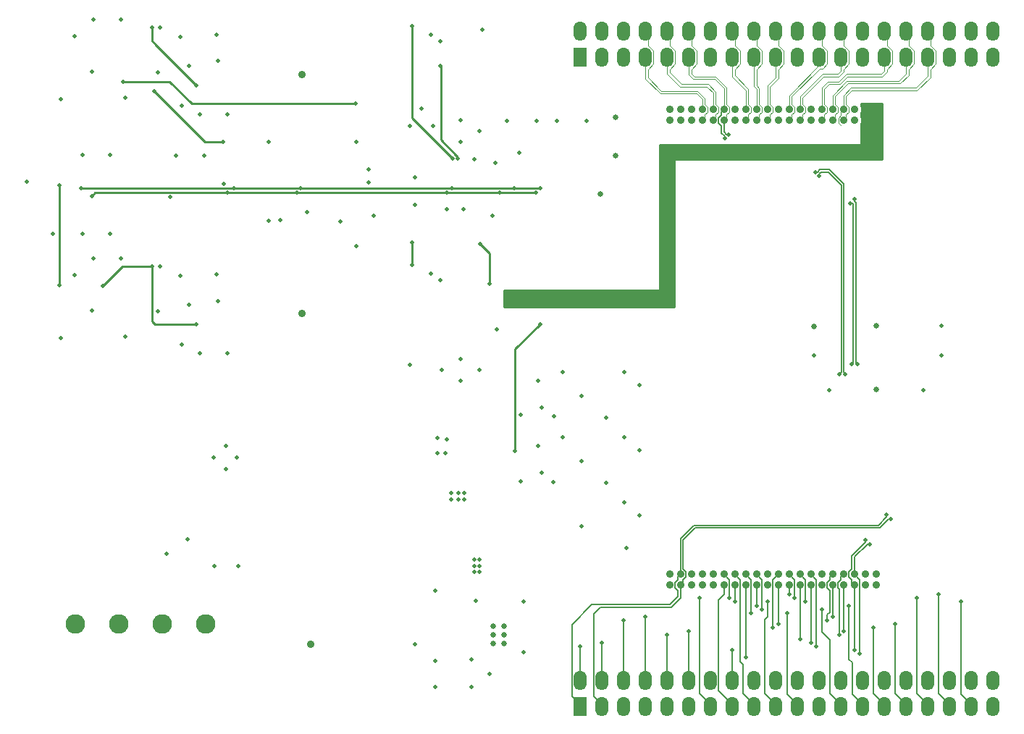
<source format=gbr>
G04 #@! TF.FileFunction,Copper,L4,Bot,Signal*
%FSLAX46Y46*%
G04 Gerber Fmt 4.6, Leading zero omitted, Abs format (unit mm)*
G04 Created by KiCad (PCBNEW 4.0.4-stable) date 2016 October 17, Monday 14:53:17*
%MOMM*%
%LPD*%
G01*
G04 APERTURE LIST*
%ADD10C,0.100000*%
%ADD11C,0.900000*%
%ADD12R,1.524000X2.286000*%
%ADD13O,1.524000X2.286000*%
%ADD14C,2.286000*%
%ADD15C,0.508000*%
%ADD16C,0.889000*%
%ADD17C,0.635000*%
%ADD18C,0.254000*%
%ADD19C,0.125000*%
%ADD20C,0.152400*%
G04 APERTURE END LIST*
D10*
D11*
X132902960Y-42164000D03*
X134172960Y-42164000D03*
X135442960Y-42164000D03*
X136712960Y-42164000D03*
X137982960Y-42164000D03*
X139252960Y-42164000D03*
X140522960Y-42164000D03*
X141792960Y-42164000D03*
X143062960Y-42164000D03*
X144332960Y-42164000D03*
X145602960Y-42164000D03*
X146872960Y-42164000D03*
X148142960Y-42164000D03*
X149412960Y-42164000D03*
X150682960Y-42164000D03*
X151952960Y-42164000D03*
X153222960Y-42164000D03*
X154492960Y-42164000D03*
X155762960Y-42164000D03*
X157032960Y-42164000D03*
X132902960Y-43434000D03*
X134172960Y-43434000D03*
X135442960Y-43434000D03*
X136712960Y-43434000D03*
X137982960Y-43434000D03*
X139252960Y-43434000D03*
X140522960Y-43434000D03*
X141792960Y-43434000D03*
X143062960Y-43434000D03*
X144332960Y-43434000D03*
X145602960Y-43434000D03*
X146872960Y-43434000D03*
X148142960Y-43434000D03*
X149412960Y-43434000D03*
X150682960Y-43434000D03*
X151952960Y-43434000D03*
X153222960Y-43434000D03*
X154492960Y-43434000D03*
X155762960Y-43434000D03*
X157032960Y-43434000D03*
X132902960Y-96520000D03*
X134172960Y-96520000D03*
X135442960Y-96520000D03*
X136712960Y-96520000D03*
X137982960Y-96520000D03*
X139252960Y-96520000D03*
X140522960Y-96520000D03*
X141792960Y-96520000D03*
X143062960Y-96520000D03*
X144332960Y-96520000D03*
X145602960Y-96520000D03*
X146872960Y-96520000D03*
X148142960Y-96520000D03*
X149412960Y-96520000D03*
X150682960Y-96520000D03*
X151952960Y-96520000D03*
X153222960Y-96520000D03*
X154492960Y-96520000D03*
X155762960Y-96520000D03*
X157032960Y-96520000D03*
X132902960Y-97790000D03*
X134172960Y-97790000D03*
X135442960Y-97790000D03*
X136712960Y-97790000D03*
X137982960Y-97790000D03*
X139252960Y-97790000D03*
X140522960Y-97790000D03*
X141792960Y-97790000D03*
X143062960Y-97790000D03*
X144332960Y-97790000D03*
X145602960Y-97790000D03*
X146872960Y-97790000D03*
X148142960Y-97790000D03*
X149412960Y-97790000D03*
X150682960Y-97790000D03*
X151952960Y-97790000D03*
X153222960Y-97790000D03*
X154492960Y-97790000D03*
X155762960Y-97790000D03*
X157032960Y-97790000D03*
D12*
X122428000Y-36068000D03*
D13*
X124968000Y-36068000D03*
X127508000Y-36068000D03*
X130048000Y-36068000D03*
X132588000Y-36068000D03*
X135128000Y-36068000D03*
X137668000Y-36068000D03*
X140208000Y-36068000D03*
X142748000Y-36068000D03*
X145288000Y-36068000D03*
X147828000Y-36068000D03*
X150368000Y-36068000D03*
X152908000Y-36068000D03*
X155448000Y-36068000D03*
X157988000Y-36068000D03*
X160528000Y-36068000D03*
X163068000Y-36068000D03*
X165608000Y-36068000D03*
X168148000Y-36068000D03*
X170688000Y-36068000D03*
X122428000Y-33020000D03*
X124968000Y-33020000D03*
X127508000Y-33020000D03*
X130048000Y-33020000D03*
X132588000Y-33020000D03*
X135128000Y-33020000D03*
X137668000Y-33020000D03*
X140208000Y-33020000D03*
X142748000Y-33020000D03*
X145288000Y-33020000D03*
X147828000Y-33020000D03*
X150368000Y-33020000D03*
X152908000Y-33020000D03*
X155448000Y-33020000D03*
X157988000Y-33020000D03*
X160528000Y-33020000D03*
X163068000Y-33020000D03*
X165608000Y-33020000D03*
X168148000Y-33020000D03*
X170688000Y-33020000D03*
D12*
X122428000Y-112014000D03*
D13*
X124968000Y-112014000D03*
X127508000Y-112014000D03*
X130048000Y-112014000D03*
X132588000Y-112014000D03*
X135128000Y-112014000D03*
X137668000Y-112014000D03*
X140208000Y-112014000D03*
X142748000Y-112014000D03*
X145288000Y-112014000D03*
X147828000Y-112014000D03*
X150368000Y-112014000D03*
X152908000Y-112014000D03*
X155448000Y-112014000D03*
X157988000Y-112014000D03*
X160528000Y-112014000D03*
X163068000Y-112014000D03*
X165608000Y-112014000D03*
X168148000Y-112014000D03*
X170688000Y-112014000D03*
X122428000Y-108966000D03*
X124968000Y-108966000D03*
X127508000Y-108966000D03*
X130048000Y-108966000D03*
X132588000Y-108966000D03*
X135128000Y-108966000D03*
X137668000Y-108966000D03*
X140208000Y-108966000D03*
X142748000Y-108966000D03*
X145288000Y-108966000D03*
X147828000Y-108966000D03*
X150368000Y-108966000D03*
X152908000Y-108966000D03*
X155448000Y-108966000D03*
X157988000Y-108966000D03*
X160528000Y-108966000D03*
X163068000Y-108966000D03*
X165608000Y-108966000D03*
X168148000Y-108966000D03*
X170688000Y-108966000D03*
D14*
X63408560Y-102362000D03*
X68488560Y-102362000D03*
X73568560Y-102362000D03*
X78648560Y-102362000D03*
D15*
X98308160Y-54602380D03*
X103121460Y-53299360D03*
X73314560Y-60495180D03*
X73312020Y-32555180D03*
X94404180Y-55229760D03*
X112664240Y-67861180D03*
X111005620Y-32801560D03*
X73058020Y-65730120D03*
X103886000Y-42031920D03*
X105239820Y-44058840D03*
X102532180Y-44061380D03*
X106824780Y-53842920D03*
X108775500Y-53840380D03*
X110075980Y-47939960D03*
X65519300Y-31628080D03*
X63309500Y-33545780D03*
X102532180Y-71991220D03*
X86042500Y-55143400D03*
X96253300Y-58148220D03*
X63309500Y-61485780D03*
X65519300Y-59585860D03*
X86042500Y-45953680D03*
X96253300Y-45961300D03*
X97675700Y-49171860D03*
X64241680Y-56685180D03*
X57708800Y-50573940D03*
X64244220Y-47500540D03*
X61701680Y-68854320D03*
X65336420Y-65659000D03*
X69227700Y-68704460D03*
X69232780Y-40769540D03*
X65331340Y-37716460D03*
X61704220Y-40911780D03*
X73060560Y-37795200D03*
X75725020Y-61625480D03*
D16*
X89910000Y-66040000D03*
D15*
X81180940Y-70665340D03*
X106118660Y-62133480D03*
X104968040Y-61338460D03*
X79910940Y-61422280D03*
X75727560Y-33685480D03*
X81180940Y-42705020D03*
X79916020Y-33421320D03*
D16*
X89910000Y-38100000D03*
D15*
X104965500Y-33403540D03*
X106118660Y-34196020D03*
X127828040Y-93444060D03*
X106680000Y-82359500D03*
X115824000Y-99695000D03*
D17*
X157010100Y-67409060D03*
X126552960Y-43042840D03*
X124825760Y-52044600D03*
D15*
X123169680Y-43464480D03*
X115310920Y-47177960D03*
X113908840Y-43459400D03*
X74490580Y-52362100D03*
X78473300Y-47561500D03*
X80726280Y-50855880D03*
X162514280Y-74975720D03*
X151513540Y-74975720D03*
X149811740Y-70904100D03*
X164675820Y-70906640D03*
X117525800Y-73858120D03*
X117972840Y-77058520D03*
X117525800Y-81500980D03*
X117972840Y-84660740D03*
X120365520Y-72892920D03*
X120362980Y-80515460D03*
X125503940Y-78201520D03*
X125503940Y-85826600D03*
X122562620Y-75664060D03*
X122562620Y-83284060D03*
X127622300Y-72892920D03*
X127622300Y-80515460D03*
X127596900Y-88130380D03*
X110220760Y-99598480D03*
X105448100Y-98465640D03*
D16*
X90931080Y-104743780D03*
D15*
X103121460Y-104744520D03*
X109702600Y-109667040D03*
X111800640Y-108140500D03*
X109705140Y-106481880D03*
X82443320Y-95544640D03*
X79664560Y-95547180D03*
X76573380Y-92400120D03*
X108887260Y-86982300D03*
X108173520Y-86969600D03*
X107386120Y-86967060D03*
X108887260Y-87762080D03*
X108173520Y-87762080D03*
X107383580Y-87762080D03*
X105717340Y-82356960D03*
X80992980Y-84183220D03*
X82288380Y-82847180D03*
X79598520Y-82847180D03*
X80995520Y-81473040D03*
X74058780Y-94122240D03*
X103121460Y-50091340D03*
X90464640Y-54173120D03*
D17*
X113573560Y-104607360D03*
X113573560Y-103591360D03*
X113573560Y-102575360D03*
X112303560Y-102552500D03*
X112303560Y-104607360D03*
X112303560Y-103591360D03*
D15*
X129374200Y-89629680D03*
X129399600Y-82014760D03*
X129401440Y-74392920D03*
X115493800Y-77886560D03*
X60774580Y-56685180D03*
X112478820Y-48409860D03*
X112151160Y-54594760D03*
X87409020Y-55067200D03*
X97678240Y-50670460D03*
X67449700Y-56682640D03*
X67449700Y-47500540D03*
X115824000Y-105664000D03*
D17*
X149811740Y-67510660D03*
X157012640Y-74909680D03*
X126552960Y-47551340D03*
D15*
X119710200Y-43467020D03*
X117368320Y-43461940D03*
X75138280Y-47558960D03*
X164668200Y-67447160D03*
X115491260Y-85689440D03*
X119334280Y-78064360D03*
X119331740Y-85704680D03*
X122549920Y-90906600D03*
X108455460Y-45940980D03*
X110662720Y-44686220D03*
X108458000Y-43431460D03*
X108455460Y-73868280D03*
X106253280Y-72613520D03*
X110662720Y-72613520D03*
X108460540Y-71358760D03*
X68727320Y-59588400D03*
X68729860Y-31628080D03*
X75890120Y-69692520D03*
X76702920Y-64957960D03*
X76713080Y-37033200D03*
X75892660Y-41752520D03*
X77972920Y-70665340D03*
X77970380Y-42707560D03*
X106870500Y-80708500D03*
X110614460Y-96225360D03*
X110030260Y-96225360D03*
X105453180Y-109682280D03*
X105453180Y-106646980D03*
X105717340Y-80594200D03*
X110614460Y-94818200D03*
X110027720Y-94810580D03*
X110614460Y-95539560D03*
X110030260Y-95539560D03*
X106118660Y-37089080D03*
X108132880Y-47853600D03*
X102760780Y-32405320D03*
X107482640Y-47858680D03*
X111836200Y-62534800D03*
X110723680Y-57863740D03*
X102758240Y-60302140D03*
X102760780Y-57711340D03*
X150708360Y-100606900D03*
X143690340Y-100606900D03*
X139331894Y-45544546D03*
X156723080Y-102781100D03*
X144973040Y-102776070D03*
X147500761Y-99301300D03*
X161792920Y-99311470D03*
X166936420Y-99743280D03*
X148770340Y-99743280D03*
X122428000Y-104937560D03*
X150045420Y-104935120D03*
X149922392Y-49480696D03*
X153428700Y-73088500D03*
X154002934Y-53116286D03*
X154165300Y-71945500D03*
X115702080Y-65062100D03*
X115702080Y-63566040D03*
X115702080Y-64338200D03*
X113771680Y-65001140D03*
X113771680Y-63611760D03*
X113771680Y-64338200D03*
X153850340Y-100175090D03*
X143062960Y-100175090D03*
X139798866Y-45077574D03*
X159258000Y-102344220D03*
X145602960Y-102344260D03*
X164343080Y-98861880D03*
X146872960Y-98861880D03*
X148142960Y-104071500D03*
X124968000Y-104503220D03*
X149412960Y-104503310D03*
X150389364Y-49947668D03*
X152768300Y-73088500D03*
X154469906Y-52649314D03*
X154825700Y-71945500D03*
X158277754Y-89568214D03*
X155125420Y-105798740D03*
X156247906Y-92984126D03*
X151323040Y-101912420D03*
X127508000Y-101912420D03*
X152742900Y-103639690D03*
X132588000Y-103639690D03*
X146601180Y-101038710D03*
X142420340Y-101038710D03*
X136403080Y-99311470D03*
X139880340Y-99311470D03*
X158744726Y-90035186D03*
X140208000Y-105366820D03*
X154492960Y-105366930D03*
X155780934Y-92517154D03*
X151952960Y-101480640D03*
X130048000Y-101480610D03*
X153222960Y-103207880D03*
X135128000Y-103207880D03*
X141790420Y-106230550D03*
X144335500Y-99743280D03*
X140522960Y-99743280D03*
X80670400Y-45953680D03*
X72638920Y-40030400D03*
X117736620Y-67256660D03*
X117736620Y-51366420D03*
X114833400Y-82105500D03*
X114752120Y-51366420D03*
X107475020Y-51366420D03*
X89771220Y-51366420D03*
X81978500Y-51366420D03*
X64053720Y-51366420D03*
X117223540Y-51879499D03*
X113057940Y-51879499D03*
X106832400Y-51879499D03*
X89301320Y-51879499D03*
X81155540Y-51879499D03*
X65331340Y-52255420D03*
X61518800Y-62669420D03*
X61516260Y-51000660D03*
X96161860Y-41498520D03*
X68958460Y-38943280D03*
X80096360Y-36431220D03*
X72369680Y-32557720D03*
X77556360Y-39303960D03*
X80096360Y-64569340D03*
X72367140Y-60497720D03*
X77558900Y-67284600D03*
X66606420Y-62791340D03*
D18*
X106128820Y-45692060D02*
X106128820Y-37078920D01*
X106128820Y-37078920D02*
X106118660Y-37089080D01*
X107965241Y-47528481D02*
X106128820Y-45692060D01*
X108132880Y-47853600D02*
X108132880Y-47696120D01*
X108132880Y-47696120D02*
X107965241Y-47528481D01*
X107482640Y-47858680D02*
X102760780Y-43136820D01*
X102760780Y-43136820D02*
X102760780Y-32405320D01*
X110723680Y-57863740D02*
X111836200Y-58976260D01*
X111836200Y-58976260D02*
X111836200Y-62534800D01*
X102760780Y-57711340D02*
X102760780Y-60299600D01*
X102760780Y-60299600D02*
X102758240Y-60302140D01*
D19*
X136035324Y-40310110D02*
X136712960Y-40987746D01*
X136712960Y-40987746D02*
X136712960Y-41859000D01*
X136712960Y-41859000D02*
X136712960Y-42164000D01*
X131806224Y-40310110D02*
X136035324Y-40310110D01*
X130048000Y-38551886D02*
X131806224Y-40310110D01*
X130048000Y-35814000D02*
X130048000Y-38551886D01*
X137264474Y-39497100D02*
X137982960Y-40215586D01*
X137982960Y-40215586D02*
X137982960Y-41859000D01*
X137982960Y-41859000D02*
X137982960Y-42164000D01*
X134112334Y-39497100D02*
X137264474Y-39497100D01*
X132588000Y-37972766D02*
X134112334Y-39497100D01*
X132588000Y-35814000D02*
X132588000Y-37972766D01*
D20*
X152908000Y-111760000D02*
X151627840Y-110479840D01*
X151627840Y-110479840D02*
X151627840Y-104165400D01*
X151627840Y-104165400D02*
X150708360Y-103245920D01*
X150708360Y-103245920D02*
X150708360Y-100606900D01*
X143690761Y-100174669D02*
X143690761Y-100606479D01*
X143690761Y-100606479D02*
X143690340Y-100606900D01*
X143690761Y-97147801D02*
X143690761Y-100174669D01*
X143690761Y-100174669D02*
X143690340Y-100175090D01*
X139252960Y-42164000D02*
X138948160Y-42468800D01*
X138625159Y-43132655D02*
X138625159Y-43735345D01*
X138948160Y-44058346D02*
X138948160Y-44909366D01*
X138948160Y-42468800D02*
X138948160Y-42809654D01*
X138948160Y-42809654D02*
X138625159Y-43132655D01*
X138625159Y-43735345D02*
X138948160Y-44058346D01*
X138948160Y-44909366D02*
X139331894Y-45293100D01*
X139331894Y-45293100D02*
X139331894Y-45544546D01*
D19*
X138163634Y-38603020D02*
X139252960Y-39692346D01*
X139252960Y-39692346D02*
X139252960Y-41859000D01*
X139252960Y-41859000D02*
X139252960Y-42164000D01*
X135656864Y-38603020D02*
X138163634Y-38603020D01*
X135128000Y-38074156D02*
X135656864Y-38603020D01*
X135128000Y-35814000D02*
X135128000Y-38074156D01*
D20*
X143062960Y-96520000D02*
X143690761Y-97147801D01*
X156723080Y-110495080D02*
X156723080Y-102781100D01*
X145602960Y-96520000D02*
X144973040Y-97149920D01*
X144973040Y-97149920D02*
X144973040Y-102776070D01*
D19*
X140208000Y-38315666D02*
X141792960Y-39900626D01*
X141792960Y-39900626D02*
X141792960Y-41859000D01*
X141792960Y-41859000D02*
X141792960Y-42164000D01*
X140208000Y-35814000D02*
X140208000Y-38315666D01*
D20*
X157988000Y-111760000D02*
X156723080Y-110495080D01*
X147500761Y-97147801D02*
X147500761Y-99301300D01*
X146872960Y-96520000D02*
X147500761Y-97147801D01*
D19*
X142748000Y-39458666D02*
X143062960Y-39773626D01*
X143062960Y-39773626D02*
X143062960Y-41859000D01*
X143062960Y-41859000D02*
X143062960Y-42164000D01*
X142748000Y-35814000D02*
X142748000Y-39458666D01*
D20*
X161792920Y-110484920D02*
X161792920Y-99311460D01*
X163068000Y-111760000D02*
X161792920Y-110484920D01*
X166936420Y-110548420D02*
X166936420Y-99743280D01*
X168148000Y-111760000D02*
X166936420Y-110548420D01*
X148770761Y-97147801D02*
X148770761Y-99742859D01*
X148770761Y-99742859D02*
X148770340Y-99743280D01*
X148142960Y-96520000D02*
X148770761Y-97147801D01*
D19*
X145288000Y-38392334D02*
X144332960Y-39347374D01*
X144332960Y-39347374D02*
X144332960Y-41859000D01*
X144332960Y-41859000D02*
X144332960Y-42164000D01*
X145288000Y-35814000D02*
X145288000Y-38392334D01*
D20*
X122428000Y-105148380D02*
X122428000Y-104937560D01*
X122428000Y-105148380D02*
X122428000Y-109220000D01*
X149412960Y-96520000D02*
X150045420Y-97152460D01*
X150045420Y-97152460D02*
X150045420Y-104935120D01*
D19*
X150368000Y-36995334D02*
X146872960Y-40490374D01*
X146872960Y-40490374D02*
X146872960Y-41859000D01*
X146872960Y-41859000D02*
X146872960Y-42164000D01*
X150368000Y-35814000D02*
X150368000Y-36995334D01*
D20*
X149922392Y-49480696D02*
X150173838Y-49480696D01*
X150173838Y-49480696D02*
X150457274Y-49197260D01*
X150457274Y-49197260D02*
X151581746Y-49197260D01*
X151581746Y-49197260D02*
X153250899Y-50866413D01*
X153250899Y-50866413D02*
X153250899Y-72910699D01*
X153250899Y-72910699D02*
X153428700Y-73088500D01*
D19*
X151384334Y-38900000D02*
X150682960Y-39601374D01*
X150682960Y-39601374D02*
X150682960Y-41859000D01*
X150682960Y-41859000D02*
X150682960Y-42164000D01*
X152654334Y-38900000D02*
X151384334Y-38900000D01*
X153543334Y-38011000D02*
X152654334Y-38900000D01*
X157607334Y-38011000D02*
X153543334Y-38011000D01*
X157988000Y-37630334D02*
X157607334Y-38011000D01*
X157988000Y-35814000D02*
X157988000Y-37630334D01*
D20*
X154343101Y-71767699D02*
X154343101Y-53205007D01*
X154343101Y-53205007D02*
X154254380Y-53116286D01*
X154254380Y-53116286D02*
X154002934Y-53116286D01*
X154165300Y-71945500D02*
X154343101Y-71767699D01*
D19*
X153619324Y-38824010D02*
X151952960Y-40490374D01*
X151952960Y-40490374D02*
X151952960Y-41859000D01*
X151952960Y-41859000D02*
X151952960Y-42164000D01*
X159715324Y-38824010D02*
X153619324Y-38824010D01*
X160528000Y-38011334D02*
X159715324Y-38824010D01*
X160528000Y-35814000D02*
X160528000Y-38011334D01*
X152908000Y-35814000D02*
X152908000Y-37630334D01*
X152908000Y-37630334D02*
X152527334Y-38011000D01*
X152527334Y-38011000D02*
X150749334Y-38011000D01*
X150749334Y-38011000D02*
X148142960Y-40617374D01*
X148142960Y-40617374D02*
X148142960Y-41859000D01*
X148142960Y-41859000D02*
X148142960Y-42164000D01*
X152917960Y-44037870D02*
X152608859Y-43728769D01*
X152608859Y-43728769D02*
X152608859Y-43139231D01*
X152608859Y-43139231D02*
X152917960Y-42830130D01*
X152917960Y-42469000D02*
X153222960Y-42164000D01*
X152917960Y-42830130D02*
X152917960Y-42469000D01*
X154076314Y-39637020D02*
X153222960Y-40490374D01*
X153222960Y-40490374D02*
X153222960Y-41859000D01*
X153222960Y-41859000D02*
X153222960Y-42164000D01*
X161696314Y-39637020D02*
X154076314Y-39637020D01*
X163068000Y-38265334D02*
X161696314Y-39637020D01*
X163068000Y-35814000D02*
X163068000Y-38265334D01*
D18*
X115702080Y-64338200D02*
X115702080Y-63566040D01*
X113771680Y-64338200D02*
X113771680Y-65001140D01*
X113771680Y-64338200D02*
X113771680Y-63611760D01*
D19*
X136161656Y-40005110D02*
X137017960Y-40861414D01*
X137017960Y-40861414D02*
X137017960Y-41560130D01*
X137017960Y-41560130D02*
X137327061Y-41869231D01*
X137327061Y-41869231D02*
X137327061Y-42458769D01*
X137327061Y-42458769D02*
X137017960Y-42767870D01*
X137017960Y-42767870D02*
X137017960Y-43129000D01*
X137017960Y-43129000D02*
X136712960Y-43434000D01*
X131932556Y-40005110D02*
X136161656Y-40005110D01*
X130353000Y-38425554D02*
X131932556Y-40005110D01*
X130048000Y-33274000D02*
X130353000Y-33579000D01*
X130353000Y-33579000D02*
X130353000Y-34682283D01*
X130353000Y-34682283D02*
X130974110Y-35303393D01*
X130974110Y-35303393D02*
X130974110Y-36832607D01*
X130974110Y-36832607D02*
X130353000Y-37453717D01*
X130353000Y-37453717D02*
X130353000Y-38425554D01*
X138287960Y-41560130D02*
X138597061Y-41869231D01*
X138287960Y-40089254D02*
X138287960Y-41560130D01*
X138287960Y-42767870D02*
X138287960Y-43129000D01*
X137390806Y-39192100D02*
X138287960Y-40089254D01*
X138597061Y-41869231D02*
X138597061Y-42458769D01*
X138597061Y-42458769D02*
X138287960Y-42767870D01*
X138287960Y-43129000D02*
X137982960Y-43434000D01*
X134238666Y-39192100D02*
X137390806Y-39192100D01*
X132893000Y-37846434D02*
X134238666Y-39192100D01*
X132588000Y-33274000D02*
X132893000Y-33579000D01*
X132893000Y-33579000D02*
X132893000Y-34682283D01*
X132893000Y-37453717D02*
X132893000Y-37846434D01*
X132893000Y-34682283D02*
X133514110Y-35303393D01*
X133514110Y-35303393D02*
X133514110Y-36832607D01*
X133514110Y-36832607D02*
X132893000Y-37453717D01*
D20*
X154223720Y-106827320D02*
X153850340Y-106453940D01*
X153850340Y-106453940D02*
X153850340Y-100175090D01*
X154223720Y-110535720D02*
X154223720Y-106827320D01*
X143062960Y-97790000D02*
X143062960Y-100175090D01*
X139252960Y-44783114D02*
X139531810Y-45061964D01*
X139252960Y-43434000D02*
X139252960Y-44783114D01*
X139563534Y-45061964D02*
X139579144Y-45077574D01*
X139531810Y-45061964D02*
X139563534Y-45061964D01*
X139579144Y-45077574D02*
X139798866Y-45077574D01*
D19*
X139557960Y-39566014D02*
X139557960Y-41560130D01*
X138289966Y-38298020D02*
X139557960Y-39566014D01*
X139557960Y-41560130D02*
X139867061Y-41869231D01*
X139867061Y-41869231D02*
X139867061Y-42458769D01*
X139867061Y-42458769D02*
X139557960Y-42767870D01*
X139557960Y-42767870D02*
X139557960Y-43129000D01*
X139557960Y-43129000D02*
X139252960Y-43434000D01*
X135783196Y-38298020D02*
X138289966Y-38298020D01*
X135433000Y-37947824D02*
X135783196Y-38298020D01*
X136054110Y-36832607D02*
X135433000Y-37453717D01*
X135128000Y-33274000D02*
X135433000Y-33579000D01*
X135433000Y-33579000D02*
X135433000Y-34682283D01*
X135433000Y-34682283D02*
X136054110Y-35303393D01*
X136054110Y-35303393D02*
X136054110Y-36832607D01*
X135433000Y-37453717D02*
X135433000Y-37947824D01*
D20*
X155448000Y-111760000D02*
X154223720Y-110535720D01*
X159258000Y-110490000D02*
X159258000Y-102344220D01*
X145602960Y-97790000D02*
X145602960Y-102344260D01*
D19*
X142407061Y-41869231D02*
X142407061Y-42458769D01*
X142097960Y-42767870D02*
X142097960Y-43129000D01*
X140513000Y-38189334D02*
X142097960Y-39774294D01*
X142097960Y-39774294D02*
X142097960Y-41560130D01*
X142097960Y-41560130D02*
X142407061Y-41869231D01*
X142407061Y-42458769D02*
X142097960Y-42767870D01*
X142097960Y-43129000D02*
X141792960Y-43434000D01*
X140208000Y-33274000D02*
X140513000Y-33579000D01*
X140513000Y-33579000D02*
X140513000Y-34682283D01*
X140513000Y-34682283D02*
X141134110Y-35303393D01*
X141134110Y-35303393D02*
X141134110Y-36832607D01*
X141134110Y-36832607D02*
X140513000Y-37453717D01*
X140513000Y-37453717D02*
X140513000Y-38189334D01*
D20*
X160528000Y-111760000D02*
X159258000Y-110490000D01*
X164343080Y-98861880D02*
X164343070Y-98861870D01*
X164343070Y-98861870D02*
X164343070Y-110495090D01*
X164343070Y-110495090D02*
X164343080Y-110495080D01*
X146872960Y-97790000D02*
X146872960Y-98861880D01*
D19*
X143053000Y-39332334D02*
X143367960Y-39647294D01*
X143367960Y-39647294D02*
X143367960Y-41560130D01*
X143367960Y-41560130D02*
X143677061Y-41869231D01*
X143677061Y-41869231D02*
X143677061Y-42458769D01*
X143677061Y-42458769D02*
X143367960Y-42767870D01*
X143367960Y-42767870D02*
X143367960Y-43129000D01*
X143367960Y-43129000D02*
X143062960Y-43434000D01*
X142748000Y-33274000D02*
X143053000Y-33579000D01*
X143053000Y-33579000D02*
X143053000Y-34682283D01*
X143053000Y-34682283D02*
X143674110Y-35303393D01*
X143674110Y-35303393D02*
X143674110Y-36832607D01*
X143674110Y-36832607D02*
X143053000Y-37453717D01*
X143053000Y-37453717D02*
X143053000Y-39332334D01*
D20*
X165608000Y-111760000D02*
X164343080Y-110495080D01*
X148142960Y-97790000D02*
X148142960Y-104071500D01*
D19*
X144637960Y-42767870D02*
X144637960Y-43129000D01*
X145593000Y-38518666D02*
X144637960Y-39473706D01*
X144637960Y-39473706D02*
X144637960Y-41560130D01*
X144637960Y-41560130D02*
X144947061Y-41869231D01*
X144947061Y-41869231D02*
X144947061Y-42458769D01*
X144947061Y-42458769D02*
X144637960Y-42767870D01*
X144637960Y-43129000D02*
X144332960Y-43434000D01*
X145288000Y-33274000D02*
X145593000Y-33579000D01*
X145593000Y-33579000D02*
X145593000Y-34682283D01*
X146214110Y-35303393D02*
X146214110Y-36832607D01*
X145593000Y-34682283D02*
X146214110Y-35303393D01*
X146214110Y-36832607D02*
X145593000Y-37453717D01*
X145593000Y-37453717D02*
X145593000Y-38518666D01*
D20*
X124968000Y-104714120D02*
X124968000Y-104503220D01*
X124968000Y-109220000D02*
X124968000Y-104714120D01*
X149412960Y-97790000D02*
X149412960Y-104503310D01*
D19*
X147177960Y-41560130D02*
X147487061Y-41869231D01*
X150419556Y-37375110D02*
X147177960Y-40616706D01*
X147177960Y-40616706D02*
X147177960Y-41560130D01*
X147487061Y-41869231D02*
X147487061Y-42458769D01*
X147487061Y-42458769D02*
X147177960Y-42767870D01*
X147177960Y-42767870D02*
X147177960Y-43129000D01*
X147177960Y-43129000D02*
X146872960Y-43434000D01*
X150368000Y-33274000D02*
X150673000Y-33579000D01*
X150673000Y-33579000D02*
X150673000Y-34682283D01*
X151294110Y-36832607D02*
X150751607Y-37375110D01*
X150751607Y-37375110D02*
X150419556Y-37375110D01*
X150673000Y-34682283D02*
X151294110Y-35303393D01*
X151294110Y-35303393D02*
X151294110Y-36832607D01*
D20*
X150583526Y-49502060D02*
X151455494Y-49502060D01*
X150389364Y-49696222D02*
X150583526Y-49502060D01*
X152946101Y-50992667D02*
X152946101Y-72910699D01*
X151455494Y-49502060D02*
X152946101Y-50992667D01*
X150389364Y-49947668D02*
X150389364Y-49696222D01*
X152946101Y-72910699D02*
X152768300Y-73088500D01*
D19*
X150987960Y-43129000D02*
X150682960Y-43434000D01*
X151510666Y-39205000D02*
X150987960Y-39727706D01*
X150987960Y-39727706D02*
X150987960Y-41560130D01*
X150987960Y-41560130D02*
X151297061Y-41869231D01*
X151297061Y-41869231D02*
X151297061Y-42458769D01*
X151297061Y-42458769D02*
X150987960Y-42767870D01*
X150987960Y-42767870D02*
X150987960Y-43129000D01*
X152780666Y-39205000D02*
X151510666Y-39205000D01*
X153669666Y-38316000D02*
X152780666Y-39205000D01*
X157733666Y-38316000D02*
X153669666Y-38316000D01*
X158293000Y-37756666D02*
X157733666Y-38316000D01*
X157988000Y-33274000D02*
X158293000Y-33579000D01*
X158293000Y-33579000D02*
X158293000Y-34682283D01*
X158293000Y-34682283D02*
X158914110Y-35303393D01*
X158914110Y-35303393D02*
X158914110Y-36832607D01*
X158914110Y-36832607D02*
X158293000Y-37453717D01*
X158293000Y-37453717D02*
X158293000Y-37756666D01*
D20*
X154647899Y-71767699D02*
X154647899Y-53078753D01*
X154647899Y-53078753D02*
X154469906Y-52900760D01*
X154469906Y-52900760D02*
X154469906Y-52649314D01*
X151952960Y-43738800D02*
X151952960Y-43434000D01*
X154825700Y-71945500D02*
X154647899Y-71767699D01*
D19*
X152257960Y-43129000D02*
X151952960Y-43434000D01*
X153745656Y-39129010D02*
X152257960Y-40616706D01*
X152257960Y-40616706D02*
X152257960Y-41560130D01*
X152257960Y-41560130D02*
X152567061Y-41869231D01*
X152567061Y-41869231D02*
X152567061Y-42458769D01*
X152567061Y-42458769D02*
X152257960Y-42767870D01*
X152257960Y-42767870D02*
X152257960Y-43129000D01*
X159841656Y-39129010D02*
X153745656Y-39129010D01*
X160833000Y-38137666D02*
X159841656Y-39129010D01*
X160528000Y-33274000D02*
X160833000Y-33579000D01*
X160833000Y-33579000D02*
X160833000Y-34682283D01*
X160833000Y-34682283D02*
X161454110Y-35303393D01*
X160833000Y-37453717D02*
X160833000Y-38137666D01*
X161454110Y-35303393D02*
X161454110Y-36832607D01*
X161454110Y-36832607D02*
X160833000Y-37453717D01*
X153213000Y-34682283D02*
X153834110Y-35303393D01*
X153213000Y-37453717D02*
X153213000Y-37756666D01*
X153834110Y-36832607D02*
X153213000Y-37453717D01*
X148447960Y-42767870D02*
X148447960Y-43129000D01*
X152908000Y-33274000D02*
X153213000Y-33579000D01*
X148447960Y-43129000D02*
X148142960Y-43434000D01*
X152653666Y-38316000D02*
X150875666Y-38316000D01*
X153213000Y-33579000D02*
X153213000Y-34682283D01*
X153834110Y-35303393D02*
X153834110Y-36832607D01*
X153213000Y-37756666D02*
X152653666Y-38316000D01*
X148447960Y-40743706D02*
X148447960Y-41560130D01*
X150875666Y-38316000D02*
X148447960Y-40743706D01*
X148447960Y-41560130D02*
X148757061Y-41869231D01*
X148757061Y-41869231D02*
X148757061Y-42458769D01*
X148757061Y-42458769D02*
X148447960Y-42767870D01*
X153222960Y-43739000D02*
X153222960Y-43434000D01*
X153837061Y-42458769D02*
X153527960Y-42767870D01*
X154202646Y-39942020D02*
X153527960Y-40616706D01*
X153527960Y-41560130D02*
X153837061Y-41869231D01*
X153527960Y-40616706D02*
X153527960Y-41560130D01*
X153837061Y-41869231D02*
X153837061Y-42458769D01*
X153527960Y-42767870D02*
X153527960Y-43129000D01*
X153527960Y-43129000D02*
X153222960Y-43434000D01*
X161822646Y-39942020D02*
X154202646Y-39942020D01*
X163373000Y-38391666D02*
X161822646Y-39942020D01*
X163373000Y-37453717D02*
X163373000Y-38391666D01*
X163068000Y-33274000D02*
X163373000Y-33579000D01*
X163373000Y-33579000D02*
X163373000Y-34682283D01*
X163373000Y-34682283D02*
X163994110Y-35303393D01*
X163994110Y-35303393D02*
X163994110Y-36832607D01*
X163994110Y-36832607D02*
X163373000Y-37453717D01*
D20*
X133868160Y-99151814D02*
X132951594Y-100068380D01*
X132951594Y-100068380D02*
X123809760Y-100068380D01*
X134172960Y-96520000D02*
X133868160Y-96824800D01*
X133545159Y-97488655D02*
X133545159Y-98091345D01*
X133868160Y-96824800D02*
X133868160Y-97165654D01*
X133868160Y-97165654D02*
X133545159Y-97488655D01*
X133545159Y-98091345D02*
X133868160Y-98414346D01*
X133868160Y-98414346D02*
X133868160Y-99151814D01*
X135745594Y-90777060D02*
X134172960Y-92349694D01*
X134172960Y-92349694D02*
X134172960Y-96215200D01*
X134172960Y-96215200D02*
X134172960Y-96520000D01*
X157320354Y-90777060D02*
X135745594Y-90777060D01*
X158277754Y-89568214D02*
X158277754Y-89819660D01*
X158277754Y-89819660D02*
X157320354Y-90777060D01*
X123809760Y-100068380D02*
X121488190Y-102389950D01*
X121488190Y-102389950D02*
X121488190Y-110820190D01*
X121488190Y-110820190D02*
X122428000Y-111760000D01*
X154492960Y-96520000D02*
X155125420Y-97152460D01*
X155125420Y-97152460D02*
X155125420Y-105798740D01*
X156247906Y-92984126D02*
X155996460Y-92984126D01*
X154492960Y-94487626D02*
X154492960Y-96215200D01*
X155996460Y-92984126D02*
X154492960Y-94487626D01*
X154492960Y-96215200D02*
X154492960Y-96520000D01*
X151323040Y-101267260D02*
X151323040Y-101912420D01*
X151648160Y-100942140D02*
X151323040Y-101267260D01*
X151648160Y-98414346D02*
X151648160Y-100942140D01*
X127508000Y-109220000D02*
X127508000Y-101912420D01*
X151952960Y-96520000D02*
X151648160Y-96824800D01*
X151648160Y-96824800D02*
X151648160Y-97165654D01*
X151648160Y-97165654D02*
X151325159Y-97488655D01*
X151325159Y-97488655D02*
X151325159Y-98091345D01*
X151325159Y-98091345D02*
X151648160Y-98414346D01*
X152742900Y-98239086D02*
X152742900Y-103639690D01*
X132588000Y-109220000D02*
X132588000Y-103639690D01*
X153222960Y-96520000D02*
X152918160Y-96824800D01*
X152918160Y-96824800D02*
X152918160Y-97165654D01*
X152918160Y-97165654D02*
X152595159Y-97488655D01*
X152595159Y-98091345D02*
X152742900Y-98239086D01*
X152595159Y-97488655D02*
X152595159Y-98091345D01*
X141480540Y-107033060D02*
X141480540Y-110492540D01*
X141480540Y-110492540D02*
X142748000Y-111760000D01*
X141150761Y-106703281D02*
X141480540Y-107033060D01*
X141150761Y-97147801D02*
X141150761Y-106703281D01*
X140522960Y-96520000D02*
X141150761Y-97147801D01*
X146601180Y-110533180D02*
X146601180Y-101038710D01*
X147828000Y-111760000D02*
X146601180Y-110533180D01*
X142420761Y-97147801D02*
X142420761Y-101038289D01*
X142420761Y-101038289D02*
X142420340Y-101038710D01*
X141792960Y-96520000D02*
X142420761Y-97147801D01*
X136403080Y-110495080D02*
X136403080Y-99311470D01*
X139880761Y-97147801D02*
X139880761Y-99311049D01*
X139880761Y-99311049D02*
X139880340Y-99311470D01*
X139252960Y-96520000D02*
X139880761Y-97147801D01*
X137668000Y-111760000D02*
X136403080Y-110495080D01*
X134172960Y-99290766D02*
X133088006Y-100375720D01*
X133088006Y-100375720D02*
X124805440Y-100375720D01*
X134172960Y-97790000D02*
X134172960Y-99290766D01*
X134477760Y-95895654D02*
X134800761Y-96218655D01*
X135871846Y-91081860D02*
X134477760Y-92475946D01*
X134477760Y-92475946D02*
X134477760Y-95895654D01*
X134800761Y-96218655D02*
X134800761Y-96821345D01*
X134800761Y-96821345D02*
X134477760Y-97144346D01*
X134477760Y-97485200D02*
X134172960Y-97790000D01*
X134477760Y-97144346D02*
X134477760Y-97485200D01*
X157446606Y-91081860D02*
X135871846Y-91081860D01*
X158744726Y-90035186D02*
X158493280Y-90035186D01*
X158493280Y-90035186D02*
X157446606Y-91081860D01*
X124028190Y-101152970D02*
X124805440Y-100375720D01*
X124968000Y-111760000D02*
X124968000Y-111753052D01*
X124968000Y-111753052D02*
X124028190Y-110813242D01*
X124028190Y-110813242D02*
X124028190Y-101152970D01*
X140208000Y-109220000D02*
X140208000Y-105366820D01*
X154492960Y-97790000D02*
X154492960Y-105366930D01*
X155780934Y-92517154D02*
X155780934Y-92768600D01*
X155780934Y-92768600D02*
X154188160Y-94361374D01*
X154188160Y-94361374D02*
X154188160Y-95895654D01*
X153865159Y-96821345D02*
X154188160Y-97144346D01*
X154188160Y-95895654D02*
X153865159Y-96218655D01*
X153865159Y-96218655D02*
X153865159Y-96821345D01*
X154188160Y-97144346D02*
X154188160Y-97485200D01*
X154188160Y-97485200D02*
X154492960Y-97790000D01*
X151952960Y-101101203D02*
X151952960Y-101480640D01*
X151952960Y-101101203D02*
X151952960Y-97790000D01*
X130048000Y-109220000D02*
X130048000Y-101480610D01*
X130048000Y-101480640D02*
X130048000Y-101480610D01*
X153222960Y-97790000D02*
X153222960Y-103207880D01*
X135128000Y-109220000D02*
X135128000Y-103207880D01*
X141792960Y-100617020D02*
X141792960Y-106228010D01*
X141792960Y-106228010D02*
X141790420Y-106230550D01*
X141792960Y-97790000D02*
X141792960Y-100617020D01*
X140208000Y-111760000D02*
X138610761Y-110162761D01*
X138610761Y-110162761D02*
X138610761Y-99521859D01*
X138610761Y-99521859D02*
X138998961Y-99133659D01*
X138998961Y-99133659D02*
X139252960Y-98879660D01*
X139252960Y-97790000D02*
X139252960Y-98879660D01*
X144012920Y-101826060D02*
X144335500Y-101503480D01*
X144335500Y-101503480D02*
X144335500Y-99743280D01*
X144012920Y-110484920D02*
X144012920Y-101826060D01*
X145288000Y-111760000D02*
X144012920Y-110484920D01*
X140522960Y-97790000D02*
X140522960Y-99743280D01*
D18*
X72638920Y-40030400D02*
X78562200Y-45953680D01*
X78562200Y-45953680D02*
X80670400Y-45953680D01*
X114833400Y-82105500D02*
X114833400Y-70159880D01*
X114833400Y-70159880D02*
X117736620Y-67256660D01*
X114752120Y-51366420D02*
X117736620Y-51366420D01*
X112209580Y-51366420D02*
X114752120Y-51366420D01*
X97845880Y-51366420D02*
X107475020Y-51366420D01*
X107475020Y-51366420D02*
X111498380Y-51366420D01*
X111498380Y-51366420D02*
X112209580Y-51366420D01*
X81978500Y-51366420D02*
X89771220Y-51366420D01*
X89771220Y-51366420D02*
X97845880Y-51366420D01*
X64899540Y-51366420D02*
X81978500Y-51366420D01*
X64899540Y-51366420D02*
X64053720Y-51366420D01*
X113057940Y-51879499D02*
X117223540Y-51879499D01*
X111551720Y-51879499D02*
X113057940Y-51879499D01*
X111257079Y-51879499D02*
X111551720Y-51879499D01*
X105935779Y-51879499D02*
X106832400Y-51879499D01*
X106832400Y-51879499D02*
X111257079Y-51879499D01*
X81155540Y-51879499D02*
X89301320Y-51879499D01*
X89301320Y-51879499D02*
X105935779Y-51879499D01*
X65707261Y-51879499D02*
X81155540Y-51879499D01*
X65331340Y-52255420D02*
X65707261Y-51879499D01*
X61516260Y-51000660D02*
X61516260Y-62666880D01*
X61516260Y-62666880D02*
X61518800Y-62669420D01*
X68958460Y-38943280D02*
X74458070Y-38943280D01*
X74458070Y-38943280D02*
X77013310Y-41498520D01*
X77013310Y-41498520D02*
X96161860Y-41498520D01*
X72369680Y-32557720D02*
X72367140Y-32560260D01*
X72367140Y-32560260D02*
X72367140Y-34114740D01*
X72367140Y-34114740D02*
X72834499Y-34582099D01*
X72834499Y-34582099D02*
X77556360Y-39303960D01*
X72367140Y-60497720D02*
X68900040Y-60497720D01*
X68900040Y-60497720D02*
X68722240Y-60675520D01*
X72367140Y-60497720D02*
X72367140Y-66918840D01*
X72367140Y-66918840D02*
X72732900Y-67284600D01*
X72732900Y-67284600D02*
X77558900Y-67284600D01*
X66606420Y-62791340D02*
X68722240Y-60675520D01*
G36*
X157734000Y-47942500D02*
X133540500Y-47942500D01*
X133491090Y-47952506D01*
X133449465Y-47980947D01*
X133422185Y-48023341D01*
X133413500Y-48069500D01*
X133413500Y-65278000D01*
X113538000Y-65278000D01*
X113538000Y-63309500D01*
X131635500Y-63309500D01*
X131684910Y-63299494D01*
X131726535Y-63271053D01*
X131753815Y-63228659D01*
X131762500Y-63182500D01*
X131762500Y-46291500D01*
X155130500Y-46291500D01*
X155179910Y-46281494D01*
X155221535Y-46253053D01*
X155248815Y-46210659D01*
X155257500Y-46164500D01*
X155257500Y-43892192D01*
X155374606Y-43610170D01*
X155374912Y-43259369D01*
X155257500Y-42975210D01*
X155257500Y-42622192D01*
X155374606Y-42340170D01*
X155374912Y-41989369D01*
X155257500Y-41705210D01*
X155257500Y-41465500D01*
X157734000Y-41465500D01*
X157734000Y-47942500D01*
X157734000Y-47942500D01*
G37*
X157734000Y-47942500D02*
X133540500Y-47942500D01*
X133491090Y-47952506D01*
X133449465Y-47980947D01*
X133422185Y-48023341D01*
X133413500Y-48069500D01*
X133413500Y-65278000D01*
X113538000Y-65278000D01*
X113538000Y-63309500D01*
X131635500Y-63309500D01*
X131684910Y-63299494D01*
X131726535Y-63271053D01*
X131753815Y-63228659D01*
X131762500Y-63182500D01*
X131762500Y-46291500D01*
X155130500Y-46291500D01*
X155179910Y-46281494D01*
X155221535Y-46253053D01*
X155248815Y-46210659D01*
X155257500Y-46164500D01*
X155257500Y-43892192D01*
X155374606Y-43610170D01*
X155374912Y-43259369D01*
X155257500Y-42975210D01*
X155257500Y-42622192D01*
X155374606Y-42340170D01*
X155374912Y-41989369D01*
X155257500Y-41705210D01*
X155257500Y-41465500D01*
X157734000Y-41465500D01*
X157734000Y-47942500D01*
M02*

</source>
